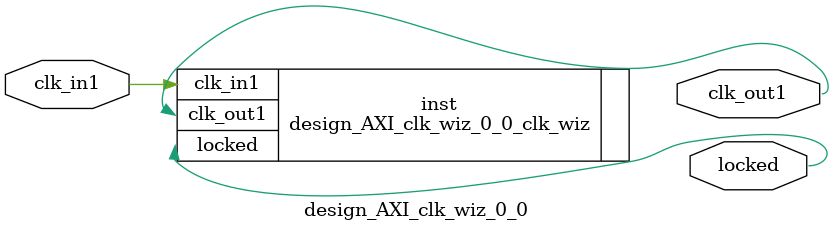
<source format=v>


`timescale 1ps/1ps

(* CORE_GENERATION_INFO = "design_AXI_clk_wiz_0_0,clk_wiz_v6_0_11_0_0,{component_name=design_AXI_clk_wiz_0_0,use_phase_alignment=true,use_min_o_jitter=false,use_max_i_jitter=false,use_dyn_phase_shift=false,use_inclk_switchover=false,use_dyn_reconfig=false,enable_axi=0,feedback_source=FDBK_AUTO,PRIMITIVE=MMCM,num_out_clk=1,clkin1_period=8.000,clkin2_period=10.000,use_power_down=false,use_reset=false,use_locked=true,use_inclk_stopped=false,feedback_type=SINGLE,CLOCK_MGR_TYPE=NA,manual_override=false}" *)

module design_AXI_clk_wiz_0_0 
 (
  // Clock out ports
  output        clk_out1,
  // Status and control signals
  output        locked,
 // Clock in ports
  input         clk_in1
 );

  design_AXI_clk_wiz_0_0_clk_wiz inst
  (
  // Clock out ports  
  .clk_out1(clk_out1),
  // Status and control signals               
  .locked(locked),
 // Clock in ports
  .clk_in1(clk_in1)
  );

endmodule

</source>
